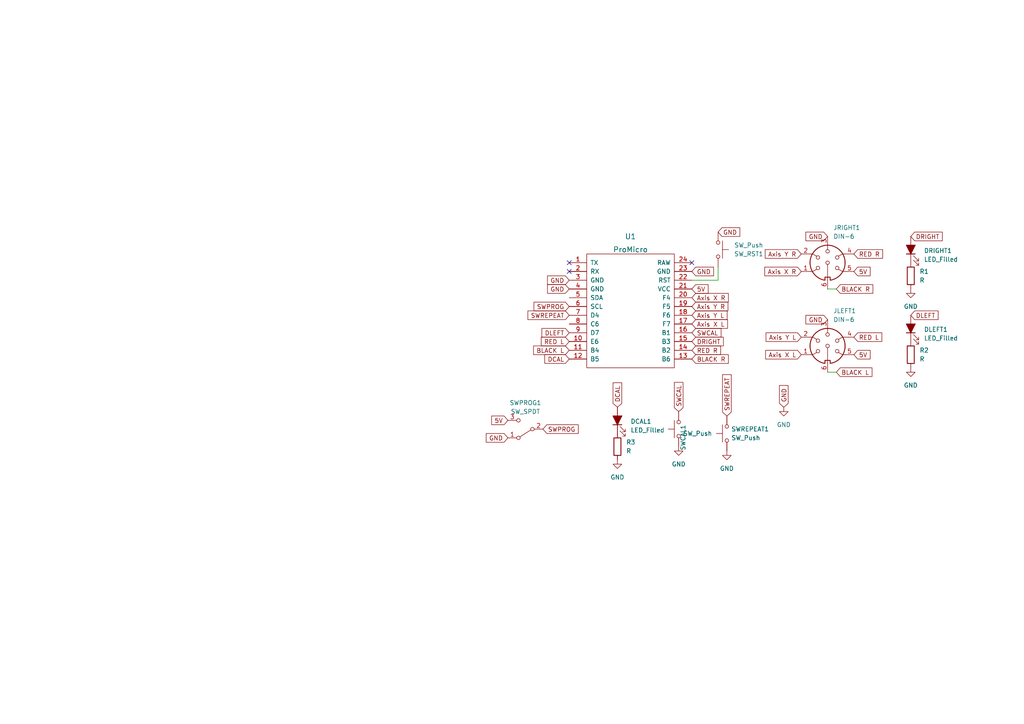
<source format=kicad_sch>
(kicad_sch (version 20211123) (generator eeschema)

  (uuid 9538e4ed-27e6-4c37-b989-9859dc0d49e8)

  (paper "A4")

  (lib_symbols
    (symbol "Connector:DIN-6" (pin_names (offset 1.016)) (in_bom yes) (on_board yes)
      (property "Reference" "J" (id 0) (at 3.175 5.715 0)
        (effects (font (size 1.27 1.27)))
      )
      (property "Value" "DIN-6" (id 1) (at 4.445 -4.445 0)
        (effects (font (size 1.27 1.27)) (justify left))
      )
      (property "Footprint" "" (id 2) (at 0 0 0)
        (effects (font (size 1.27 1.27)) hide)
      )
      (property "Datasheet" "http://www.mouser.com/ds/2/18/40_c091_abd_e-75918.pdf" (id 3) (at 0 0 0)
        (effects (font (size 1.27 1.27)) hide)
      )
      (property "ki_keywords" "circular DIN connector" (id 4) (at 0 0 0)
        (effects (font (size 1.27 1.27)) hide)
      )
      (property "ki_description" "6-pin DIN connector" (id 5) (at 0 0 0)
        (effects (font (size 1.27 1.27)) hide)
      )
      (property "ki_fp_filters" "DIN*" (id 6) (at 0 0 0)
        (effects (font (size 1.27 1.27)) hide)
      )
      (symbol "DIN-6_0_1"
        (arc (start -5.08 0) (mid -3.8609 -3.3364) (end -0.762 -5.08)
          (stroke (width 0.254) (type default) (color 0 0 0 0))
          (fill (type none))
        )
        (circle (center -2.794 -1.524) (radius 0.508)
          (stroke (width 0) (type default) (color 0 0 0 0))
          (fill (type none))
        )
        (circle (center -2.794 1.524) (radius 0.508)
          (stroke (width 0) (type default) (color 0 0 0 0))
          (fill (type none))
        )
        (polyline
          (pts
            (xy 0 -5.08)
            (xy 0 -0.508)
          )
          (stroke (width 0) (type default) (color 0 0 0 0))
          (fill (type none))
        )
        (polyline
          (pts
            (xy 0 5.08)
            (xy 0 3.81)
          )
          (stroke (width 0) (type default) (color 0 0 0 0))
          (fill (type none))
        )
        (polyline
          (pts
            (xy -5.08 -2.54)
            (xy -4.318 -2.54)
            (xy -3.175 -1.905)
          )
          (stroke (width 0) (type default) (color 0 0 0 0))
          (fill (type none))
        )
        (polyline
          (pts
            (xy -5.08 2.54)
            (xy -4.318 2.54)
            (xy -3.175 1.905)
          )
          (stroke (width 0) (type default) (color 0 0 0 0))
          (fill (type none))
        )
        (polyline
          (pts
            (xy 5.08 -2.54)
            (xy 4.318 -2.54)
            (xy 3.175 -1.905)
          )
          (stroke (width 0) (type default) (color 0 0 0 0))
          (fill (type none))
        )
        (polyline
          (pts
            (xy 5.08 2.54)
            (xy 4.318 2.54)
            (xy 3.175 1.905)
          )
          (stroke (width 0) (type default) (color 0 0 0 0))
          (fill (type none))
        )
        (polyline
          (pts
            (xy -0.762 -4.953)
            (xy -0.762 -4.191)
            (xy 0.762 -4.191)
            (xy 0.762 -4.953)
          )
          (stroke (width 0.254) (type default) (color 0 0 0 0))
          (fill (type none))
        )
        (circle (center 0 0) (radius 0.508)
          (stroke (width 0) (type default) (color 0 0 0 0))
          (fill (type none))
        )
        (circle (center 0 3.302) (radius 0.508)
          (stroke (width 0) (type default) (color 0 0 0 0))
          (fill (type none))
        )
        (arc (start 0.762 -5.08) (mid 3.8685 -3.343) (end 5.08 0)
          (stroke (width 0.254) (type default) (color 0 0 0 0))
          (fill (type none))
        )
        (circle (center 2.794 -1.524) (radius 0.508)
          (stroke (width 0) (type default) (color 0 0 0 0))
          (fill (type none))
        )
        (circle (center 2.794 1.524) (radius 0.508)
          (stroke (width 0) (type default) (color 0 0 0 0))
          (fill (type none))
        )
        (arc (start 5.08 0) (mid 0 5.08) (end -5.08 0)
          (stroke (width 0.254) (type default) (color 0 0 0 0))
          (fill (type none))
        )
      )
      (symbol "DIN-6_1_1"
        (pin passive line (at -7.62 -2.54 0) (length 2.54)
          (name "~" (effects (font (size 1.27 1.27))))
          (number "1" (effects (font (size 1.27 1.27))))
        )
        (pin passive line (at -7.62 2.54 0) (length 2.54)
          (name "~" (effects (font (size 1.27 1.27))))
          (number "2" (effects (font (size 1.27 1.27))))
        )
        (pin passive line (at 0 7.62 270) (length 2.54)
          (name "~" (effects (font (size 1.27 1.27))))
          (number "3" (effects (font (size 1.27 1.27))))
        )
        (pin passive line (at 7.62 2.54 180) (length 2.54)
          (name "~" (effects (font (size 1.27 1.27))))
          (number "4" (effects (font (size 1.27 1.27))))
        )
        (pin passive line (at 7.62 -2.54 180) (length 2.54)
          (name "~" (effects (font (size 1.27 1.27))))
          (number "5" (effects (font (size 1.27 1.27))))
        )
        (pin passive line (at 0 -7.62 90) (length 2.54)
          (name "~" (effects (font (size 1.27 1.27))))
          (number "6" (effects (font (size 1.27 1.27))))
        )
      )
    )
    (symbol "DIN-6_1" (pin_names (offset 1.016)) (in_bom yes) (on_board yes)
      (property "Reference" "J" (id 0) (at 3.175 5.715 0)
        (effects (font (size 1.27 1.27)))
      )
      (property "Value" "DIN-6_1" (id 1) (at 4.445 -4.445 0)
        (effects (font (size 1.27 1.27)) (justify left))
      )
      (property "Footprint" "" (id 2) (at 0 0 0)
        (effects (font (size 1.27 1.27)) hide)
      )
      (property "Datasheet" "http://www.mouser.com/ds/2/18/40_c091_abd_e-75918.pdf" (id 3) (at 0 0 0)
        (effects (font (size 1.27 1.27)) hide)
      )
      (property "ki_keywords" "circular DIN connector" (id 4) (at 0 0 0)
        (effects (font (size 1.27 1.27)) hide)
      )
      (property "ki_description" "6-pin DIN connector" (id 5) (at 0 0 0)
        (effects (font (size 1.27 1.27)) hide)
      )
      (property "ki_fp_filters" "DIN*" (id 6) (at 0 0 0)
        (effects (font (size 1.27 1.27)) hide)
      )
      (symbol "DIN-6_1_0_1"
        (arc (start -5.08 0) (mid -3.8609 -3.3364) (end -0.762 -5.08)
          (stroke (width 0.254) (type default) (color 0 0 0 0))
          (fill (type none))
        )
        (circle (center -2.794 -1.524) (radius 0.508)
          (stroke (width 0) (type default) (color 0 0 0 0))
          (fill (type none))
        )
        (circle (center -2.794 1.524) (radius 0.508)
          (stroke (width 0) (type default) (color 0 0 0 0))
          (fill (type none))
        )
        (polyline
          (pts
            (xy 0 -5.08)
            (xy 0 -0.508)
          )
          (stroke (width 0) (type default) (color 0 0 0 0))
          (fill (type none))
        )
        (polyline
          (pts
            (xy 0 5.08)
            (xy 0 3.81)
          )
          (stroke (width 0) (type default) (color 0 0 0 0))
          (fill (type none))
        )
        (polyline
          (pts
            (xy -5.08 -2.54)
            (xy -4.318 -2.54)
            (xy -3.175 -1.905)
          )
          (stroke (width 0) (type default) (color 0 0 0 0))
          (fill (type none))
        )
        (polyline
          (pts
            (xy -5.08 2.54)
            (xy -4.318 2.54)
            (xy -3.175 1.905)
          )
          (stroke (width 0) (type default) (color 0 0 0 0))
          (fill (type none))
        )
        (polyline
          (pts
            (xy 5.08 -2.54)
            (xy 4.318 -2.54)
            (xy 3.175 -1.905)
          )
          (stroke (width 0) (type default) (color 0 0 0 0))
          (fill (type none))
        )
        (polyline
          (pts
            (xy 5.08 2.54)
            (xy 4.318 2.54)
            (xy 3.175 1.905)
          )
          (stroke (width 0) (type default) (color 0 0 0 0))
          (fill (type none))
        )
        (polyline
          (pts
            (xy -0.762 -4.953)
            (xy -0.762 -4.191)
            (xy 0.762 -4.191)
            (xy 0.762 -4.953)
          )
          (stroke (width 0.254) (type default) (color 0 0 0 0))
          (fill (type none))
        )
        (circle (center 0 0) (radius 0.508)
          (stroke (width 0) (type default) (color 0 0 0 0))
          (fill (type none))
        )
        (circle (center 0 3.302) (radius 0.508)
          (stroke (width 0) (type default) (color 0 0 0 0))
          (fill (type none))
        )
        (arc (start 0.762 -5.08) (mid 3.8685 -3.343) (end 5.08 0)
          (stroke (width 0.254) (type default) (color 0 0 0 0))
          (fill (type none))
        )
        (circle (center 2.794 -1.524) (radius 0.508)
          (stroke (width 0) (type default) (color 0 0 0 0))
          (fill (type none))
        )
        (circle (center 2.794 1.524) (radius 0.508)
          (stroke (width 0) (type default) (color 0 0 0 0))
          (fill (type none))
        )
        (arc (start 5.08 0) (mid 0 5.08) (end -5.08 0)
          (stroke (width 0.254) (type default) (color 0 0 0 0))
          (fill (type none))
        )
      )
      (symbol "DIN-6_1_1_1"
        (pin passive line (at -7.62 -2.54 0) (length 2.54)
          (name "~" (effects (font (size 1.27 1.27))))
          (number "1" (effects (font (size 1.27 1.27))))
        )
        (pin passive line (at -7.62 2.54 0) (length 2.54)
          (name "~" (effects (font (size 1.27 1.27))))
          (number "2" (effects (font (size 1.27 1.27))))
        )
        (pin passive line (at 0 7.62 270) (length 2.54)
          (name "~" (effects (font (size 1.27 1.27))))
          (number "3" (effects (font (size 1.27 1.27))))
        )
        (pin passive line (at 7.62 2.54 180) (length 2.54)
          (name "~" (effects (font (size 1.27 1.27))))
          (number "4" (effects (font (size 1.27 1.27))))
        )
        (pin passive line (at 7.62 -2.54 180) (length 2.54)
          (name "~" (effects (font (size 1.27 1.27))))
          (number "5" (effects (font (size 1.27 1.27))))
        )
        (pin passive line (at 0 -7.62 90) (length 2.54)
          (name "~" (effects (font (size 1.27 1.27))))
          (number "6" (effects (font (size 1.27 1.27))))
        )
      )
    )
    (symbol "Device:LED_Filled" (pin_numbers hide) (pin_names (offset 1.016) hide) (in_bom yes) (on_board yes)
      (property "Reference" "D" (id 0) (at 0 2.54 0)
        (effects (font (size 1.27 1.27)))
      )
      (property "Value" "LED_Filled" (id 1) (at 0 -2.54 0)
        (effects (font (size 1.27 1.27)))
      )
      (property "Footprint" "" (id 2) (at 0 0 0)
        (effects (font (size 1.27 1.27)) hide)
      )
      (property "Datasheet" "~" (id 3) (at 0 0 0)
        (effects (font (size 1.27 1.27)) hide)
      )
      (property "ki_keywords" "LED diode" (id 4) (at 0 0 0)
        (effects (font (size 1.27 1.27)) hide)
      )
      (property "ki_description" "Light emitting diode, filled shape" (id 5) (at 0 0 0)
        (effects (font (size 1.27 1.27)) hide)
      )
      (property "ki_fp_filters" "LED* LED_SMD:* LED_THT:*" (id 6) (at 0 0 0)
        (effects (font (size 1.27 1.27)) hide)
      )
      (symbol "LED_Filled_0_1"
        (polyline
          (pts
            (xy -1.27 -1.27)
            (xy -1.27 1.27)
          )
          (stroke (width 0.254) (type default) (color 0 0 0 0))
          (fill (type none))
        )
        (polyline
          (pts
            (xy -1.27 0)
            (xy 1.27 0)
          )
          (stroke (width 0) (type default) (color 0 0 0 0))
          (fill (type none))
        )
        (polyline
          (pts
            (xy 1.27 -1.27)
            (xy 1.27 1.27)
            (xy -1.27 0)
            (xy 1.27 -1.27)
          )
          (stroke (width 0.254) (type default) (color 0 0 0 0))
          (fill (type outline))
        )
        (polyline
          (pts
            (xy -3.048 -0.762)
            (xy -4.572 -2.286)
            (xy -3.81 -2.286)
            (xy -4.572 -2.286)
            (xy -4.572 -1.524)
          )
          (stroke (width 0) (type default) (color 0 0 0 0))
          (fill (type none))
        )
        (polyline
          (pts
            (xy -1.778 -0.762)
            (xy -3.302 -2.286)
            (xy -2.54 -2.286)
            (xy -3.302 -2.286)
            (xy -3.302 -1.524)
          )
          (stroke (width 0) (type default) (color 0 0 0 0))
          (fill (type none))
        )
      )
      (symbol "LED_Filled_1_1"
        (pin passive line (at -3.81 0 0) (length 2.54)
          (name "K" (effects (font (size 1.27 1.27))))
          (number "1" (effects (font (size 1.27 1.27))))
        )
        (pin passive line (at 3.81 0 180) (length 2.54)
          (name "A" (effects (font (size 1.27 1.27))))
          (number "2" (effects (font (size 1.27 1.27))))
        )
      )
    )
    (symbol "Device:R" (pin_numbers hide) (pin_names (offset 0)) (in_bom yes) (on_board yes)
      (property "Reference" "R" (id 0) (at 2.032 0 90)
        (effects (font (size 1.27 1.27)))
      )
      (property "Value" "R" (id 1) (at 0 0 90)
        (effects (font (size 1.27 1.27)))
      )
      (property "Footprint" "" (id 2) (at -1.778 0 90)
        (effects (font (size 1.27 1.27)) hide)
      )
      (property "Datasheet" "~" (id 3) (at 0 0 0)
        (effects (font (size 1.27 1.27)) hide)
      )
      (property "ki_keywords" "R res resistor" (id 4) (at 0 0 0)
        (effects (font (size 1.27 1.27)) hide)
      )
      (property "ki_description" "Resistor" (id 5) (at 0 0 0)
        (effects (font (size 1.27 1.27)) hide)
      )
      (property "ki_fp_filters" "R_*" (id 6) (at 0 0 0)
        (effects (font (size 1.27 1.27)) hide)
      )
      (symbol "R_0_1"
        (rectangle (start -1.016 -2.54) (end 1.016 2.54)
          (stroke (width 0.254) (type default) (color 0 0 0 0))
          (fill (type none))
        )
      )
      (symbol "R_1_1"
        (pin passive line (at 0 3.81 270) (length 1.27)
          (name "~" (effects (font (size 1.27 1.27))))
          (number "1" (effects (font (size 1.27 1.27))))
        )
        (pin passive line (at 0 -3.81 90) (length 1.27)
          (name "~" (effects (font (size 1.27 1.27))))
          (number "2" (effects (font (size 1.27 1.27))))
        )
      )
    )
    (symbol "Switch:SW_Push" (pin_numbers hide) (pin_names (offset 1.016) hide) (in_bom yes) (on_board yes)
      (property "Reference" "SW" (id 0) (at 1.27 2.54 0)
        (effects (font (size 1.27 1.27)) (justify left))
      )
      (property "Value" "SW_Push" (id 1) (at 0 -1.524 0)
        (effects (font (size 1.27 1.27)))
      )
      (property "Footprint" "" (id 2) (at 0 5.08 0)
        (effects (font (size 1.27 1.27)) hide)
      )
      (property "Datasheet" "~" (id 3) (at 0 5.08 0)
        (effects (font (size 1.27 1.27)) hide)
      )
      (property "ki_keywords" "switch normally-open pushbutton push-button" (id 4) (at 0 0 0)
        (effects (font (size 1.27 1.27)) hide)
      )
      (property "ki_description" "Push button switch, generic, two pins" (id 5) (at 0 0 0)
        (effects (font (size 1.27 1.27)) hide)
      )
      (symbol "SW_Push_0_1"
        (circle (center -2.032 0) (radius 0.508)
          (stroke (width 0) (type default) (color 0 0 0 0))
          (fill (type none))
        )
        (polyline
          (pts
            (xy 0 1.27)
            (xy 0 3.048)
          )
          (stroke (width 0) (type default) (color 0 0 0 0))
          (fill (type none))
        )
        (polyline
          (pts
            (xy 2.54 1.27)
            (xy -2.54 1.27)
          )
          (stroke (width 0) (type default) (color 0 0 0 0))
          (fill (type none))
        )
        (circle (center 2.032 0) (radius 0.508)
          (stroke (width 0) (type default) (color 0 0 0 0))
          (fill (type none))
        )
        (pin passive line (at -5.08 0 0) (length 2.54)
          (name "1" (effects (font (size 1.27 1.27))))
          (number "1" (effects (font (size 1.27 1.27))))
        )
        (pin passive line (at 5.08 0 180) (length 2.54)
          (name "2" (effects (font (size 1.27 1.27))))
          (number "2" (effects (font (size 1.27 1.27))))
        )
      )
    )
    (symbol "Switch:SW_SPDT" (pin_names (offset 0) hide) (in_bom yes) (on_board yes)
      (property "Reference" "SW" (id 0) (at 0 4.318 0)
        (effects (font (size 1.27 1.27)))
      )
      (property "Value" "SW_SPDT" (id 1) (at 0 -5.08 0)
        (effects (font (size 1.27 1.27)))
      )
      (property "Footprint" "" (id 2) (at 0 0 0)
        (effects (font (size 1.27 1.27)) hide)
      )
      (property "Datasheet" "~" (id 3) (at 0 0 0)
        (effects (font (size 1.27 1.27)) hide)
      )
      (property "ki_keywords" "switch single-pole double-throw spdt ON-ON" (id 4) (at 0 0 0)
        (effects (font (size 1.27 1.27)) hide)
      )
      (property "ki_description" "Switch, single pole double throw" (id 5) (at 0 0 0)
        (effects (font (size 1.27 1.27)) hide)
      )
      (symbol "SW_SPDT_0_0"
        (circle (center -2.032 0) (radius 0.508)
          (stroke (width 0) (type default) (color 0 0 0 0))
          (fill (type none))
        )
        (circle (center 2.032 -2.54) (radius 0.508)
          (stroke (width 0) (type default) (color 0 0 0 0))
          (fill (type none))
        )
      )
      (symbol "SW_SPDT_0_1"
        (polyline
          (pts
            (xy -1.524 0.254)
            (xy 1.651 2.286)
          )
          (stroke (width 0) (type default) (color 0 0 0 0))
          (fill (type none))
        )
        (circle (center 2.032 2.54) (radius 0.508)
          (stroke (width 0) (type default) (color 0 0 0 0))
          (fill (type none))
        )
      )
      (symbol "SW_SPDT_1_1"
        (pin passive line (at 5.08 2.54 180) (length 2.54)
          (name "A" (effects (font (size 1.27 1.27))))
          (number "1" (effects (font (size 1.27 1.27))))
        )
        (pin passive line (at -5.08 0 0) (length 2.54)
          (name "B" (effects (font (size 1.27 1.27))))
          (number "2" (effects (font (size 1.27 1.27))))
        )
        (pin passive line (at 5.08 -2.54 180) (length 2.54)
          (name "C" (effects (font (size 1.27 1.27))))
          (number "3" (effects (font (size 1.27 1.27))))
        )
      )
    )
    (symbol "power:GND" (power) (pin_names (offset 0)) (in_bom yes) (on_board yes)
      (property "Reference" "#PWR" (id 0) (at 0 -6.35 0)
        (effects (font (size 1.27 1.27)) hide)
      )
      (property "Value" "GND" (id 1) (at 0 -3.81 0)
        (effects (font (size 1.27 1.27)))
      )
      (property "Footprint" "" (id 2) (at 0 0 0)
        (effects (font (size 1.27 1.27)) hide)
      )
      (property "Datasheet" "" (id 3) (at 0 0 0)
        (effects (font (size 1.27 1.27)) hide)
      )
      (property "ki_keywords" "power-flag" (id 4) (at 0 0 0)
        (effects (font (size 1.27 1.27)) hide)
      )
      (property "ki_description" "Power symbol creates a global label with name \"GND\" , ground" (id 5) (at 0 0 0)
        (effects (font (size 1.27 1.27)) hide)
      )
      (symbol "GND_0_1"
        (polyline
          (pts
            (xy 0 0)
            (xy 0 -1.27)
            (xy 1.27 -1.27)
            (xy 0 -2.54)
            (xy -1.27 -1.27)
            (xy 0 -1.27)
          )
          (stroke (width 0) (type default) (color 0 0 0 0))
          (fill (type none))
        )
      )
      (symbol "GND_1_1"
        (pin power_in line (at 0 0 270) (length 0) hide
          (name "GND" (effects (font (size 1.27 1.27))))
          (number "1" (effects (font (size 1.27 1.27))))
        )
      )
    )
    (symbol "promicro:ProMicro" (pin_names (offset 1.016)) (in_bom yes) (on_board yes)
      (property "Reference" "U1" (id 0) (at 0 26.67 0)
        (effects (font (size 1.524 1.524)))
      )
      (property "Value" "ProMicro" (id 1) (at 0 22.86 0)
        (effects (font (size 1.524 1.524)))
      )
      (property "Footprint" "" (id 2) (at 2.54 -26.67 0)
        (effects (font (size 1.524 1.524)) hide)
      )
      (property "Datasheet" "" (id 3) (at 2.54 -26.67 0)
        (effects (font (size 1.524 1.524)))
      )
      (symbol "ProMicro_0_1"
        (rectangle (start -12.7 21.59) (end 12.7 -11.43)
          (stroke (width 0) (type default) (color 0 0 0 0))
          (fill (type none))
        )
      )
      (symbol "ProMicro_1_1"
        (pin bidirectional line (at -17.78 19.05 0) (length 5.08)
          (name "TX" (effects (font (size 1.27 1.27))))
          (number "1" (effects (font (size 1.27 1.27))))
        )
        (pin bidirectional line (at -17.78 -3.81 0) (length 5.08)
          (name "E6" (effects (font (size 1.27 1.27))))
          (number "10" (effects (font (size 1.27 1.27))))
        )
        (pin bidirectional line (at -17.78 -6.35 0) (length 5.08)
          (name "B4" (effects (font (size 1.27 1.27))))
          (number "11" (effects (font (size 1.27 1.27))))
        )
        (pin bidirectional line (at -17.78 -8.89 0) (length 5.08)
          (name "B5" (effects (font (size 1.27 1.27))))
          (number "12" (effects (font (size 1.27 1.27))))
        )
        (pin bidirectional line (at 17.78 -8.89 180) (length 5.08)
          (name "B6" (effects (font (size 1.27 1.27))))
          (number "13" (effects (font (size 1.27 1.27))))
        )
        (pin bidirectional line (at 17.78 -6.35 180) (length 5.08)
          (name "B2" (effects (font (size 1.27 1.27))))
          (number "14" (effects (font (size 1.27 1.27))))
        )
        (pin bidirectional line (at 17.78 -3.81 180) (length 5.08)
          (name "B3" (effects (font (size 1.27 1.27))))
          (number "15" (effects (font (size 1.27 1.27))))
        )
        (pin bidirectional line (at 17.78 -1.27 180) (length 5.08)
          (name "B1" (effects (font (size 1.27 1.27))))
          (number "16" (effects (font (size 1.27 1.27))))
        )
        (pin bidirectional line (at 17.78 1.27 180) (length 5.08)
          (name "F7" (effects (font (size 1.27 1.27))))
          (number "17" (effects (font (size 1.27 1.27))))
        )
        (pin bidirectional line (at 17.78 3.81 180) (length 5.08)
          (name "F6" (effects (font (size 1.27 1.27))))
          (number "18" (effects (font (size 1.27 1.27))))
        )
        (pin bidirectional line (at 17.78 6.35 180) (length 5.08)
          (name "F5" (effects (font (size 1.27 1.27))))
          (number "19" (effects (font (size 1.27 1.27))))
        )
        (pin bidirectional line (at -17.78 16.51 0) (length 5.08)
          (name "RX" (effects (font (size 1.27 1.27))))
          (number "2" (effects (font (size 1.27 1.27))))
        )
        (pin bidirectional line (at 17.78 8.89 180) (length 5.08)
          (name "F4" (effects (font (size 1.27 1.27))))
          (number "20" (effects (font (size 1.27 1.27))))
        )
        (pin power_out line (at 17.78 11.43 180) (length 5.08)
          (name "VCC" (effects (font (size 1.27 1.27))))
          (number "21" (effects (font (size 1.27 1.27))))
        )
        (pin input line (at 17.78 13.97 180) (length 5.08)
          (name "RST" (effects (font (size 1.27 1.27))))
          (number "22" (effects (font (size 1.27 1.27))))
        )
        (pin power_out line (at 17.78 16.51 180) (length 5.08)
          (name "GND" (effects (font (size 1.27 1.27))))
          (number "23" (effects (font (size 1.27 1.27))))
        )
        (pin power_out line (at 17.78 19.05 180) (length 5.08)
          (name "RAW" (effects (font (size 1.27 1.27))))
          (number "24" (effects (font (size 1.27 1.27))))
        )
        (pin power_in line (at -17.78 13.97 0) (length 5.08)
          (name "GND" (effects (font (size 1.27 1.27))))
          (number "3" (effects (font (size 1.27 1.27))))
        )
        (pin power_in line (at -17.78 11.43 0) (length 5.08)
          (name "GND" (effects (font (size 1.27 1.27))))
          (number "4" (effects (font (size 1.27 1.27))))
        )
        (pin bidirectional line (at -17.78 8.89 0) (length 5.08)
          (name "SDA" (effects (font (size 1.27 1.27))))
          (number "5" (effects (font (size 1.27 1.27))))
        )
        (pin bidirectional line (at -17.78 6.35 0) (length 5.08)
          (name "SCL" (effects (font (size 1.27 1.27))))
          (number "6" (effects (font (size 1.27 1.27))))
        )
        (pin bidirectional line (at -17.78 3.81 0) (length 5.08)
          (name "D4" (effects (font (size 1.27 1.27))))
          (number "7" (effects (font (size 1.27 1.27))))
        )
        (pin bidirectional line (at -17.78 1.27 0) (length 5.08)
          (name "C6" (effects (font (size 1.27 1.27))))
          (number "8" (effects (font (size 1.27 1.27))))
        )
        (pin bidirectional line (at -17.78 -1.27 0) (length 5.08)
          (name "D7" (effects (font (size 1.27 1.27))))
          (number "9" (effects (font (size 1.27 1.27))))
        )
      )
    )
  )



  (no_connect (at 165.1 78.74) (uuid 887330f2-707b-4d1a-8aa0-8ff3c8716045))
  (no_connect (at 165.1 76.2) (uuid 887330f2-707b-4d1a-8aa0-8ff3c8716046))
  (no_connect (at 200.66 76.2) (uuid 887330f2-707b-4d1a-8aa0-8ff3c8716049))

  (wire (pts (xy 242.57 107.95) (xy 240.03 107.95))
    (stroke (width 0) (type default) (color 0 0 0 0))
    (uuid 2b7ad06e-3ed5-4496-b351-b0ff20953d3a)
  )
  (wire (pts (xy 242.57 83.82) (xy 240.03 83.82))
    (stroke (width 0) (type default) (color 0 0 0 0))
    (uuid 4b2a6455-cb56-4dad-aa38-d253beedc1cf)
  )
  (wire (pts (xy 200.66 81.28) (xy 208.28 81.28))
    (stroke (width 0) (type default) (color 0 0 0 0))
    (uuid b7bd7d4c-96b9-44c2-9f57-a8c0a144a1cf)
  )
  (wire (pts (xy 208.28 77.47) (xy 208.28 81.28))
    (stroke (width 0) (type default) (color 0 0 0 0))
    (uuid e6d2598e-c574-46a4-9cdf-4f125fc41df1)
  )

  (global_label "SWREPEAT" (shape input) (at 165.1 91.44 180) (fields_autoplaced)
    (effects (font (size 1.27 1.27)) (justify right))
    (uuid 06e99107-f175-4e28-875d-176a6f27fa6d)
    (property "Intersheet References" "${INTERSHEET_REFS}" (id 0) (at 153.1317 91.3606 0)
      (effects (font (size 1.27 1.27)) (justify right) hide)
    )
  )
  (global_label "RED L" (shape input) (at 247.65 97.79 0) (fields_autoplaced)
    (effects (font (size 1.27 1.27)) (justify left))
    (uuid 07c7629f-e259-4c50-8dd9-63e6e32a1e25)
    (property "Intersheet References" "${INTERSHEET_REFS}" (id 0) (at 255.7479 97.7106 0)
      (effects (font (size 1.27 1.27)) (justify left) hide)
    )
  )
  (global_label "DCAL" (shape input) (at 165.1 104.14 180) (fields_autoplaced)
    (effects (font (size 1.27 1.27)) (justify right))
    (uuid 0c3cb519-a9f1-4715-b6ff-2018f0b64c89)
    (property "Intersheet References" "${INTERSHEET_REFS}" (id 0) (at 158.0302 104.2194 0)
      (effects (font (size 1.27 1.27)) (justify right) hide)
    )
  )
  (global_label "Axis X R" (shape input) (at 200.66 86.36 0) (fields_autoplaced)
    (effects (font (size 1.27 1.27)) (justify left))
    (uuid 19583c87-5bdc-42e3-91a9-60ca9c7afd91)
    (property "Intersheet References" "${INTERSHEET_REFS}" (id 0) (at 211.2374 86.2806 0)
      (effects (font (size 1.27 1.27)) (justify left) hide)
    )
  )
  (global_label "SWCAL" (shape input) (at 196.85 119.38 90) (fields_autoplaced)
    (effects (font (size 1.27 1.27)) (justify left))
    (uuid 1dfc885a-269e-4085-9aa5-da6185e2ee59)
    (property "Intersheet References" "${INTERSHEET_REFS}" (id 0) (at 196.9294 110.9193 90)
      (effects (font (size 1.27 1.27)) (justify left) hide)
    )
  )
  (global_label "Axis X L" (shape input) (at 200.66 93.98 0) (fields_autoplaced)
    (effects (font (size 1.27 1.27)) (justify left))
    (uuid 249d1e84-b01b-4b7e-b089-3db0c6bfc2c0)
    (property "Intersheet References" "${INTERSHEET_REFS}" (id 0) (at 210.9955 93.9006 0)
      (effects (font (size 1.27 1.27)) (justify left) hide)
    )
  )
  (global_label "DCAL" (shape input) (at 179.07 118.11 90) (fields_autoplaced)
    (effects (font (size 1.27 1.27)) (justify left))
    (uuid 283f0c2c-559a-452e-b050-e917b9eadcfb)
    (property "Intersheet References" "${INTERSHEET_REFS}" (id 0) (at 178.9906 111.0402 90)
      (effects (font (size 1.27 1.27)) (justify left) hide)
    )
  )
  (global_label "RED R" (shape input) (at 247.65 73.66 0) (fields_autoplaced)
    (effects (font (size 1.27 1.27)) (justify left))
    (uuid 315867e3-ee3c-4a46-8637-8220807c636c)
    (property "Intersheet References" "${INTERSHEET_REFS}" (id 0) (at 255.9898 73.5806 0)
      (effects (font (size 1.27 1.27)) (justify left) hide)
    )
  )
  (global_label "GND" (shape input) (at 165.1 81.28 180) (fields_autoplaced)
    (effects (font (size 1.27 1.27)) (justify right))
    (uuid 339f3a05-a669-407e-bfcc-896f454ddbed)
    (property "Intersheet References" "${INTERSHEET_REFS}" (id 0) (at 158.8164 81.2006 0)
      (effects (font (size 1.27 1.27)) (justify right) hide)
    )
  )
  (global_label "RED R" (shape input) (at 200.66 101.6 0) (fields_autoplaced)
    (effects (font (size 1.27 1.27)) (justify left))
    (uuid 344bc4ef-6118-4205-9dc3-f56151d29467)
    (property "Intersheet References" "${INTERSHEET_REFS}" (id 0) (at 208.9998 101.5206 0)
      (effects (font (size 1.27 1.27)) (justify left) hide)
    )
  )
  (global_label "GND" (shape input) (at 200.66 78.74 0) (fields_autoplaced)
    (effects (font (size 1.27 1.27)) (justify left))
    (uuid 3663bb18-bcb6-4934-bb25-18754f6a54d2)
    (property "Intersheet References" "${INTERSHEET_REFS}" (id 0) (at 206.9436 78.8194 0)
      (effects (font (size 1.27 1.27)) (justify left) hide)
    )
  )
  (global_label "SWPROG" (shape input) (at 165.1 88.9 180) (fields_autoplaced)
    (effects (font (size 1.27 1.27)) (justify right))
    (uuid 45f0eb5e-0f06-4aa0-b324-08b605926948)
    (property "Intersheet References" "${INTERSHEET_REFS}" (id 0) (at 154.8855 88.8206 0)
      (effects (font (size 1.27 1.27)) (justify right) hide)
    )
  )
  (global_label "DLEFT" (shape input) (at 264.16 91.44 0) (fields_autoplaced)
    (effects (font (size 1.27 1.27)) (justify left))
    (uuid 51faa24e-c26b-429e-b3a3-abd8340da568)
    (property "Intersheet References" "${INTERSHEET_REFS}" (id 0) (at 272.0764 91.3606 0)
      (effects (font (size 1.27 1.27)) (justify left) hide)
    )
  )
  (global_label "DRIGHT" (shape input) (at 264.16 68.58 0) (fields_autoplaced)
    (effects (font (size 1.27 1.27)) (justify left))
    (uuid 52279bb2-b0f6-4a3e-9dcb-ae1ec087247a)
    (property "Intersheet References" "${INTERSHEET_REFS}" (id 0) (at 273.286 68.5006 0)
      (effects (font (size 1.27 1.27)) (justify left) hide)
    )
  )
  (global_label "Axis Y R" (shape input) (at 200.66 88.9 0) (fields_autoplaced)
    (effects (font (size 1.27 1.27)) (justify left))
    (uuid 522bc92a-448d-4582-8ac8-f5ef66d0470d)
    (property "Intersheet References" "${INTERSHEET_REFS}" (id 0) (at 211.1164 88.8206 0)
      (effects (font (size 1.27 1.27)) (justify left) hide)
    )
  )
  (global_label "Axis Y L" (shape input) (at 232.41 97.79 180) (fields_autoplaced)
    (effects (font (size 1.27 1.27)) (justify right))
    (uuid 541f139f-5887-4bc7-855e-8ef1fdf9364d)
    (property "Intersheet References" "${INTERSHEET_REFS}" (id 0) (at 222.1955 97.7106 0)
      (effects (font (size 1.27 1.27)) (justify right) hide)
    )
  )
  (global_label "GND" (shape input) (at 165.1 83.82 180) (fields_autoplaced)
    (effects (font (size 1.27 1.27)) (justify right))
    (uuid 5982fff4-6092-4577-9333-4276f415491e)
    (property "Intersheet References" "${INTERSHEET_REFS}" (id 0) (at 158.8164 83.7406 0)
      (effects (font (size 1.27 1.27)) (justify right) hide)
    )
  )
  (global_label "Axis Y L" (shape input) (at 200.66 91.44 0) (fields_autoplaced)
    (effects (font (size 1.27 1.27)) (justify left))
    (uuid 61065998-cd61-46bb-b9fa-6ba733c04ba7)
    (property "Intersheet References" "${INTERSHEET_REFS}" (id 0) (at 210.8745 91.3606 0)
      (effects (font (size 1.27 1.27)) (justify left) hide)
    )
  )
  (global_label "Axis X L" (shape input) (at 232.41 102.87 180) (fields_autoplaced)
    (effects (font (size 1.27 1.27)) (justify right))
    (uuid 6c3a3981-eb75-467e-9375-d9cd8c3e1f9e)
    (property "Intersheet References" "${INTERSHEET_REFS}" (id 0) (at 222.0745 102.7906 0)
      (effects (font (size 1.27 1.27)) (justify right) hide)
    )
  )
  (global_label "RED L" (shape input) (at 165.1 99.06 180) (fields_autoplaced)
    (effects (font (size 1.27 1.27)) (justify right))
    (uuid 76a61e91-6a31-4a64-800c-1db68fb865da)
    (property "Intersheet References" "${INTERSHEET_REFS}" (id 0) (at 157.0021 99.1394 0)
      (effects (font (size 1.27 1.27)) (justify right) hide)
    )
  )
  (global_label "BLACK L" (shape input) (at 165.1 101.6 180) (fields_autoplaced)
    (effects (font (size 1.27 1.27)) (justify right))
    (uuid 7739a0fd-5be2-4f32-a549-1b52bb233482)
    (property "Intersheet References" "${INTERSHEET_REFS}" (id 0) (at 154.7645 101.6794 0)
      (effects (font (size 1.27 1.27)) (justify right) hide)
    )
  )
  (global_label "BLACK R" (shape input) (at 242.57 83.82 0) (fields_autoplaced)
    (effects (font (size 1.27 1.27)) (justify left))
    (uuid 7bdd17c9-8876-4fa3-bfa9-c8881c4b96c3)
    (property "Intersheet References" "${INTERSHEET_REFS}" (id 0) (at 253.1474 83.7406 0)
      (effects (font (size 1.27 1.27)) (justify left) hide)
    )
  )
  (global_label "5V" (shape input) (at 147.32 121.92 180) (fields_autoplaced)
    (effects (font (size 1.27 1.27)) (justify right))
    (uuid 7ebb9316-5fda-4c83-bfc1-7d171ba3eddf)
    (property "Intersheet References" "${INTERSHEET_REFS}" (id 0) (at 142.6088 121.9994 0)
      (effects (font (size 1.27 1.27)) (justify right) hide)
    )
  )
  (global_label "DRIGHT" (shape input) (at 200.66 99.06 0) (fields_autoplaced)
    (effects (font (size 1.27 1.27)) (justify left))
    (uuid 83e24f36-f804-4a69-96dd-fc38e534500b)
    (property "Intersheet References" "${INTERSHEET_REFS}" (id 0) (at 209.786 98.9806 0)
      (effects (font (size 1.27 1.27)) (justify left) hide)
    )
  )
  (global_label "SWPROG" (shape input) (at 157.48 124.46 0) (fields_autoplaced)
    (effects (font (size 1.27 1.27)) (justify left))
    (uuid 87f5fc1c-e584-4275-b47f-9b948dd524fb)
    (property "Intersheet References" "${INTERSHEET_REFS}" (id 0) (at 167.6945 124.5394 0)
      (effects (font (size 1.27 1.27)) (justify left) hide)
    )
  )
  (global_label "Axis X R" (shape input) (at 232.41 78.74 180) (fields_autoplaced)
    (effects (font (size 1.27 1.27)) (justify right))
    (uuid 8ad81a1e-7881-4b30-a033-6bfe432f7778)
    (property "Intersheet References" "${INTERSHEET_REFS}" (id 0) (at 221.8326 78.6606 0)
      (effects (font (size 1.27 1.27)) (justify right) hide)
    )
  )
  (global_label "SWREPEAT" (shape input) (at 210.82 120.65 90) (fields_autoplaced)
    (effects (font (size 1.27 1.27)) (justify left))
    (uuid 911056ff-fca2-480a-8257-8f5cbfb694d6)
    (property "Intersheet References" "${INTERSHEET_REFS}" (id 0) (at 210.8994 108.6817 90)
      (effects (font (size 1.27 1.27)) (justify left) hide)
    )
  )
  (global_label "5V" (shape input) (at 200.66 83.82 0) (fields_autoplaced)
    (effects (font (size 1.27 1.27)) (justify left))
    (uuid 9799cd11-ea9a-4c74-926c-409b741b779e)
    (property "Intersheet References" "${INTERSHEET_REFS}" (id 0) (at 205.3712 83.7406 0)
      (effects (font (size 1.27 1.27)) (justify left) hide)
    )
  )
  (global_label "GND" (shape input) (at 147.32 127 180) (fields_autoplaced)
    (effects (font (size 1.27 1.27)) (justify right))
    (uuid 9d0d6feb-48e3-4f5e-9be9-e92c030dfc9d)
    (property "Intersheet References" "${INTERSHEET_REFS}" (id 0) (at 141.0364 126.9206 0)
      (effects (font (size 1.27 1.27)) (justify right) hide)
    )
  )
  (global_label "GND" (shape input) (at 227.33 118.11 90) (fields_autoplaced)
    (effects (font (size 1.27 1.27)) (justify left))
    (uuid a7bfb3d7-0315-4e87-9b1e-57b0d2c0efda)
    (property "Intersheet References" "${INTERSHEET_REFS}" (id 0) (at 227.4094 111.8264 90)
      (effects (font (size 1.27 1.27)) (justify left) hide)
    )
  )
  (global_label "BLACK R" (shape input) (at 200.66 104.14 0) (fields_autoplaced)
    (effects (font (size 1.27 1.27)) (justify left))
    (uuid b157dcaf-ff79-4d03-8897-58dcf34160b1)
    (property "Intersheet References" "${INTERSHEET_REFS}" (id 0) (at 211.2374 104.0606 0)
      (effects (font (size 1.27 1.27)) (justify left) hide)
    )
  )
  (global_label "5V" (shape input) (at 247.65 78.74 0) (fields_autoplaced)
    (effects (font (size 1.27 1.27)) (justify left))
    (uuid b6d38f05-f7e6-464f-9c9a-a6cc594698eb)
    (property "Intersheet References" "${INTERSHEET_REFS}" (id 0) (at 252.3612 78.6606 0)
      (effects (font (size 1.27 1.27)) (justify left) hide)
    )
  )
  (global_label "GND" (shape input) (at 240.03 92.71 180) (fields_autoplaced)
    (effects (font (size 1.27 1.27)) (justify right))
    (uuid c0ba6616-e9f4-4588-bb33-ec2fcfad9839)
    (property "Intersheet References" "${INTERSHEET_REFS}" (id 0) (at 233.7464 92.7894 0)
      (effects (font (size 1.27 1.27)) (justify right) hide)
    )
  )
  (global_label "Axis Y R" (shape input) (at 232.41 73.66 180) (fields_autoplaced)
    (effects (font (size 1.27 1.27)) (justify right))
    (uuid ca7449ec-ab87-4ca8-bcbc-0b43067655af)
    (property "Intersheet References" "${INTERSHEET_REFS}" (id 0) (at 221.9536 73.5806 0)
      (effects (font (size 1.27 1.27)) (justify right) hide)
    )
  )
  (global_label "GND" (shape input) (at 208.28 67.31 0) (fields_autoplaced)
    (effects (font (size 1.27 1.27)) (justify left))
    (uuid cb7f4d68-c92a-4776-b9be-0a0da99eed0f)
    (property "Intersheet References" "${INTERSHEET_REFS}" (id 0) (at 214.5636 67.2306 0)
      (effects (font (size 1.27 1.27)) (justify left) hide)
    )
  )
  (global_label "GND" (shape input) (at 240.03 68.58 180) (fields_autoplaced)
    (effects (font (size 1.27 1.27)) (justify right))
    (uuid d70cd2bd-6a71-43b5-8af4-4e21f2832408)
    (property "Intersheet References" "${INTERSHEET_REFS}" (id 0) (at 233.7464 68.6594 0)
      (effects (font (size 1.27 1.27)) (justify right) hide)
    )
  )
  (global_label "5V" (shape input) (at 247.65 102.87 0) (fields_autoplaced)
    (effects (font (size 1.27 1.27)) (justify left))
    (uuid dba212b1-1958-45c1-a364-34ff2b16007b)
    (property "Intersheet References" "${INTERSHEET_REFS}" (id 0) (at 252.3612 102.7906 0)
      (effects (font (size 1.27 1.27)) (justify left) hide)
    )
  )
  (global_label "DLEFT" (shape input) (at 165.1 96.52 180) (fields_autoplaced)
    (effects (font (size 1.27 1.27)) (justify right))
    (uuid ec8c7c6c-2b31-4b31-9437-9f249cb42aa8)
    (property "Intersheet References" "${INTERSHEET_REFS}" (id 0) (at 157.1836 96.5994 0)
      (effects (font (size 1.27 1.27)) (justify right) hide)
    )
  )
  (global_label "BLACK L" (shape input) (at 242.57 107.95 0) (fields_autoplaced)
    (effects (font (size 1.27 1.27)) (justify left))
    (uuid fdd62b3d-b058-471b-bd5d-fc0d402f46d7)
    (property "Intersheet References" "${INTERSHEET_REFS}" (id 0) (at 252.9055 107.8706 0)
      (effects (font (size 1.27 1.27)) (justify left) hide)
    )
  )
  (global_label "SWCAL" (shape input) (at 200.66 96.52 0) (fields_autoplaced)
    (effects (font (size 1.27 1.27)) (justify left))
    (uuid ffd1b108-40aa-43d3-a4c8-22b3b0d0dff7)
    (property "Intersheet References" "${INTERSHEET_REFS}" (id 0) (at 209.1207 96.5994 0)
      (effects (font (size 1.27 1.27)) (justify left) hide)
    )
  )

  (symbol (lib_id "Switch:SW_Push") (at 208.28 72.39 270) (mirror x) (unit 1)
    (in_bom yes) (on_board yes)
    (uuid 06b9a10e-6d2a-4fa9-ab97-81e7b4f93dcf)
    (property "Reference" "SW_RST1" (id 0) (at 217.17 73.66 90))
    (property "Value" "SW_Push" (id 1) (at 217.17 71.12 90))
    (property "Footprint" "" (id 2) (at 213.36 72.39 0)
      (effects (font (size 1.27 1.27)) hide)
    )
    (property "Datasheet" "~" (id 3) (at 213.36 72.39 0)
      (effects (font (size 1.27 1.27)) hide)
    )
    (pin "1" (uuid 775d4758-b4fb-4fb4-911f-870cc76e00e2))
    (pin "2" (uuid 6958c367-373a-4735-b5bb-034745c6e476))
  )

  (symbol (lib_id "Switch:SW_Push") (at 210.82 125.73 90) (unit 1)
    (in_bom yes) (on_board yes) (fields_autoplaced)
    (uuid 1e642f80-e7b3-4203-a3af-51a6a257633c)
    (property "Reference" "SWREPEAT1" (id 0) (at 212.09 124.4599 90)
      (effects (font (size 1.27 1.27)) (justify right))
    )
    (property "Value" "" (id 1) (at 212.09 126.9999 90)
      (effects (font (size 1.27 1.27)) (justify right))
    )
    (property "Footprint" "" (id 2) (at 205.74 125.73 0)
      (effects (font (size 1.27 1.27)) hide)
    )
    (property "Datasheet" "~" (id 3) (at 205.74 125.73 0)
      (effects (font (size 1.27 1.27)) hide)
    )
    (pin "1" (uuid a1d42b5a-4af3-45ef-8288-ad2b502d33e6))
    (pin "2" (uuid 8c29d988-0d0c-4687-ad32-eef5ed298080))
  )

  (symbol (lib_id "Device:R") (at 264.16 80.01 0) (unit 1)
    (in_bom yes) (on_board yes) (fields_autoplaced)
    (uuid 32e8a92b-ca4b-4888-875a-ea6a5ff2bee6)
    (property "Reference" "R1" (id 0) (at 266.7 78.7399 0)
      (effects (font (size 1.27 1.27)) (justify left))
    )
    (property "Value" "" (id 1) (at 266.7 81.2799 0)
      (effects (font (size 1.27 1.27)) (justify left))
    )
    (property "Footprint" "" (id 2) (at 262.382 80.01 90)
      (effects (font (size 1.27 1.27)) hide)
    )
    (property "Datasheet" "~" (id 3) (at 264.16 80.01 0)
      (effects (font (size 1.27 1.27)) hide)
    )
    (pin "1" (uuid 5b69ee2a-b1e9-4d67-951c-8519da75f1b7))
    (pin "2" (uuid abfb3a8e-201b-4181-a716-cdf88468ecca))
  )

  (symbol (lib_id "Switch:SW_Push") (at 196.85 124.46 90) (unit 1)
    (in_bom yes) (on_board yes)
    (uuid 48f7aa74-dc64-410d-b0f2-75ebbee4902f)
    (property "Reference" "SWCAL1" (id 0) (at 198.12 123.1899 0)
      (effects (font (size 1.27 1.27)) (justify right))
    )
    (property "Value" "" (id 1) (at 198.12 125.7299 90)
      (effects (font (size 1.27 1.27)) (justify right))
    )
    (property "Footprint" "" (id 2) (at 191.77 124.46 0)
      (effects (font (size 1.27 1.27)) hide)
    )
    (property "Datasheet" "~" (id 3) (at 191.77 124.46 0)
      (effects (font (size 1.27 1.27)) hide)
    )
    (pin "1" (uuid 01280942-1e1c-41db-81ff-765b9532040c))
    (pin "2" (uuid 35fa5678-5e41-4a48-b89c-fe00dc1302aa))
  )

  (symbol (lib_id "power:GND") (at 196.85 129.54 0) (unit 1)
    (in_bom yes) (on_board yes) (fields_autoplaced)
    (uuid 51c8f59c-6e89-4ba4-95f9-3b95d3658a6c)
    (property "Reference" "#PWR01" (id 0) (at 196.85 135.89 0)
      (effects (font (size 1.27 1.27)) hide)
    )
    (property "Value" "" (id 1) (at 196.85 134.62 0))
    (property "Footprint" "" (id 2) (at 196.85 129.54 0)
      (effects (font (size 1.27 1.27)) hide)
    )
    (property "Datasheet" "" (id 3) (at 196.85 129.54 0)
      (effects (font (size 1.27 1.27)) hide)
    )
    (pin "1" (uuid c655dbff-5d40-4c1f-94bb-7b3da381e5a3))
  )

  (symbol (lib_id "Device:LED_Filled") (at 179.07 121.92 90) (unit 1)
    (in_bom yes) (on_board yes) (fields_autoplaced)
    (uuid 55b9ecbb-b052-450f-9c81-fe27f8d00f41)
    (property "Reference" "DCAL1" (id 0) (at 182.88 122.2374 90)
      (effects (font (size 1.27 1.27)) (justify right))
    )
    (property "Value" "" (id 1) (at 182.88 124.7774 90)
      (effects (font (size 1.27 1.27)) (justify right))
    )
    (property "Footprint" "" (id 2) (at 179.07 121.92 0)
      (effects (font (size 1.27 1.27)) hide)
    )
    (property "Datasheet" "~" (id 3) (at 179.07 121.92 0)
      (effects (font (size 1.27 1.27)) hide)
    )
    (pin "1" (uuid 7fbbfba0-5e99-4bcc-8eca-28aeb0ec7d7d))
    (pin "2" (uuid 0e2eb7e8-601a-4a3e-af2d-5d9ba5fb3969))
  )

  (symbol (lib_id "Device:LED_Filled") (at 264.16 72.39 90) (unit 1)
    (in_bom yes) (on_board yes) (fields_autoplaced)
    (uuid 5f0f9c43-ed23-4223-82ae-baf9dba12269)
    (property "Reference" "DRIGHT1" (id 0) (at 267.97 72.7074 90)
      (effects (font (size 1.27 1.27)) (justify right))
    )
    (property "Value" "" (id 1) (at 267.97 75.2474 90)
      (effects (font (size 1.27 1.27)) (justify right))
    )
    (property "Footprint" "" (id 2) (at 264.16 72.39 0)
      (effects (font (size 1.27 1.27)) hide)
    )
    (property "Datasheet" "~" (id 3) (at 264.16 72.39 0)
      (effects (font (size 1.27 1.27)) hide)
    )
    (pin "1" (uuid cff59a90-d0f3-4049-9401-463aa311d97a))
    (pin "2" (uuid 0ac6818f-1c59-4c71-93e7-afda37d2619d))
  )

  (symbol (lib_id "Device:R") (at 179.07 129.54 0) (unit 1)
    (in_bom yes) (on_board yes) (fields_autoplaced)
    (uuid 7de61893-ae1e-4617-b417-e465acfee189)
    (property "Reference" "R3" (id 0) (at 181.61 128.2699 0)
      (effects (font (size 1.27 1.27)) (justify left))
    )
    (property "Value" "R" (id 1) (at 181.61 130.8099 0)
      (effects (font (size 1.27 1.27)) (justify left))
    )
    (property "Footprint" "Resistor_THT:R_Axial_DIN0207_L6.3mm_D2.5mm_P10.16mm_Horizontal" (id 2) (at 177.292 129.54 90)
      (effects (font (size 1.27 1.27)) hide)
    )
    (property "Datasheet" "~" (id 3) (at 179.07 129.54 0)
      (effects (font (size 1.27 1.27)) hide)
    )
    (pin "1" (uuid 3156994e-8a57-43d1-b145-ea3dde52e784))
    (pin "2" (uuid 4f72a58a-afe3-48cf-9c08-811030c76007))
  )

  (symbol (lib_id "Connector:DIN-6") (at 240.03 76.2 0) (unit 1)
    (in_bom yes) (on_board yes) (fields_autoplaced)
    (uuid 7fbac959-ffed-4f35-bbdc-a04e920cbcef)
    (property "Reference" "JRIGHT1" (id 0) (at 241.6811 66.04 0)
      (effects (font (size 1.27 1.27)) (justify left))
    )
    (property "Value" "DIN-6" (id 1) (at 241.6811 68.58 0)
      (effects (font (size 1.27 1.27)) (justify left))
    )
    (property "Footprint" "Connectors_UNITRA:DIN-6" (id 2) (at 240.03 76.2 0)
      (effects (font (size 1.27 1.27)) hide)
    )
    (property "Datasheet" "http://www.mouser.com/ds/2/18/40_c091_abd_e-75918.pdf" (id 3) (at 240.03 76.2 0)
      (effects (font (size 1.27 1.27)) hide)
    )
    (pin "1" (uuid 6364f93c-cdc8-4550-a4e1-5994cd610d0a))
    (pin "2" (uuid bda12047-fcf7-4a20-aee7-f4cd78f34123))
    (pin "3" (uuid 14e372db-018e-4106-b22c-7b7c2a33c965))
    (pin "4" (uuid 49afd46c-064b-4fb3-8ec1-1ea14a3f3ca4))
    (pin "5" (uuid d54dff33-1839-499e-b1e4-05e37f6c0bf9))
    (pin "6" (uuid 36a40a31-8dbb-4f40-8950-34099e3cf114))
  )

  (symbol (lib_id "power:GND") (at 264.16 83.82 0) (unit 1)
    (in_bom yes) (on_board yes) (fields_autoplaced)
    (uuid 81e7d256-6961-47c6-9486-dc46eadf5eaf)
    (property "Reference" "#PWR03" (id 0) (at 264.16 90.17 0)
      (effects (font (size 1.27 1.27)) hide)
    )
    (property "Value" "" (id 1) (at 264.16 88.9 0))
    (property "Footprint" "" (id 2) (at 264.16 83.82 0)
      (effects (font (size 1.27 1.27)) hide)
    )
    (property "Datasheet" "" (id 3) (at 264.16 83.82 0)
      (effects (font (size 1.27 1.27)) hide)
    )
    (pin "1" (uuid 03215252-49c6-4df0-9283-d2118213582c))
  )

  (symbol (lib_id "Device:LED_Filled") (at 264.16 95.25 90) (unit 1)
    (in_bom yes) (on_board yes) (fields_autoplaced)
    (uuid 8ed87944-c447-47e1-9a41-9756bf6d038a)
    (property "Reference" "DLEFT1" (id 0) (at 267.97 95.5674 90)
      (effects (font (size 1.27 1.27)) (justify right))
    )
    (property "Value" "LED_Filled" (id 1) (at 267.97 98.1074 90)
      (effects (font (size 1.27 1.27)) (justify right))
    )
    (property "Footprint" "" (id 2) (at 264.16 95.25 0)
      (effects (font (size 1.27 1.27)) hide)
    )
    (property "Datasheet" "~" (id 3) (at 264.16 95.25 0)
      (effects (font (size 1.27 1.27)) hide)
    )
    (pin "1" (uuid 41baa6ba-93ff-4773-bfbf-f24c737e45c6))
    (pin "2" (uuid ca9283e3-21ae-488e-9b3a-3eb98a9fdea7))
  )

  (symbol (lib_name "DIN-6_1") (lib_id "Connector:DIN-6") (at 240.03 100.33 0) (unit 1)
    (in_bom yes) (on_board yes) (fields_autoplaced)
    (uuid 92db3170-b316-42d7-a928-7e9bc6a5183d)
    (property "Reference" "JLEFT1" (id 0) (at 241.6811 90.17 0)
      (effects (font (size 1.27 1.27)) (justify left))
    )
    (property "Value" "DIN-6" (id 1) (at 241.6811 92.71 0)
      (effects (font (size 1.27 1.27)) (justify left))
    )
    (property "Footprint" "Connectors_UNITRA:DIN-6" (id 2) (at 240.03 100.33 0)
      (effects (font (size 1.27 1.27)) hide)
    )
    (property "Datasheet" "http://www.mouser.com/ds/2/18/40_c091_abd_e-75918.pdf" (id 3) (at 240.03 100.33 0)
      (effects (font (size 1.27 1.27)) hide)
    )
    (pin "1" (uuid c51d8e4c-a920-4e3f-88d0-295b83909a95))
    (pin "2" (uuid b6847ec7-1871-42eb-8e31-f775787db155))
    (pin "3" (uuid 612004da-aa9e-473c-8b09-14da38176010))
    (pin "4" (uuid f7d591cc-3330-401b-9ca8-38a6eb133b2d))
    (pin "5" (uuid d0d4e61f-c554-43d7-b6ef-72e55431083d))
    (pin "6" (uuid 444c22ca-9224-471c-bdc4-ebb68cd0b330))
  )

  (symbol (lib_id "power:GND") (at 179.07 133.35 0) (unit 1)
    (in_bom yes) (on_board yes) (fields_autoplaced)
    (uuid 991f0195-0ea8-4b01-88c5-b0c88bc57a34)
    (property "Reference" "#PWR0102" (id 0) (at 179.07 139.7 0)
      (effects (font (size 1.27 1.27)) hide)
    )
    (property "Value" "GND" (id 1) (at 179.07 138.43 0))
    (property "Footprint" "" (id 2) (at 179.07 133.35 0)
      (effects (font (size 1.27 1.27)) hide)
    )
    (property "Datasheet" "" (id 3) (at 179.07 133.35 0)
      (effects (font (size 1.27 1.27)) hide)
    )
    (pin "1" (uuid bb024a60-a7c8-44b9-ba31-7516a7633f89))
  )

  (symbol (lib_id "Switch:SW_SPDT") (at 152.4 124.46 180) (unit 1)
    (in_bom yes) (on_board yes) (fields_autoplaced)
    (uuid a4b90733-4979-4cb4-8e1d-d32fafb7656c)
    (property "Reference" "SWPROG1" (id 0) (at 152.4 116.84 0))
    (property "Value" "" (id 1) (at 152.4 119.38 0))
    (property "Footprint" "" (id 2) (at 152.4 124.46 0)
      (effects (font (size 1.27 1.27)) hide)
    )
    (property "Datasheet" "~" (id 3) (at 152.4 124.46 0)
      (effects (font (size 1.27 1.27)) hide)
    )
    (pin "1" (uuid 6707c802-7621-443a-aeac-20e7618da312))
    (pin "2" (uuid 4a31604f-37b7-4d32-938b-20a5bc3160ba))
    (pin "3" (uuid 1a5a2654-6705-4861-9926-e6373125c40b))
  )

  (symbol (lib_id "power:GND") (at 210.82 130.81 0) (unit 1)
    (in_bom yes) (on_board yes) (fields_autoplaced)
    (uuid b175ddc0-fd41-4d8a-b75e-bcfbc7d7d0f3)
    (property "Reference" "#PWR02" (id 0) (at 210.82 137.16 0)
      (effects (font (size 1.27 1.27)) hide)
    )
    (property "Value" "GND" (id 1) (at 210.82 135.89 0))
    (property "Footprint" "" (id 2) (at 210.82 130.81 0)
      (effects (font (size 1.27 1.27)) hide)
    )
    (property "Datasheet" "" (id 3) (at 210.82 130.81 0)
      (effects (font (size 1.27 1.27)) hide)
    )
    (pin "1" (uuid ee434d2c-9275-45be-9ed0-df7a391ab0f6))
  )

  (symbol (lib_id "power:GND") (at 264.16 106.68 0) (unit 1)
    (in_bom yes) (on_board yes) (fields_autoplaced)
    (uuid df7c44b0-cb4d-4b6b-bc44-199376da76ec)
    (property "Reference" "#PWR04" (id 0) (at 264.16 113.03 0)
      (effects (font (size 1.27 1.27)) hide)
    )
    (property "Value" "GND" (id 1) (at 264.16 111.76 0))
    (property "Footprint" "" (id 2) (at 264.16 106.68 0)
      (effects (font (size 1.27 1.27)) hide)
    )
    (property "Datasheet" "" (id 3) (at 264.16 106.68 0)
      (effects (font (size 1.27 1.27)) hide)
    )
    (pin "1" (uuid f7cd55cd-2d8f-400d-80b5-6c5ac5492deb))
  )

  (symbol (lib_id "power:GND") (at 227.33 118.11 0) (unit 1)
    (in_bom yes) (on_board yes) (fields_autoplaced)
    (uuid e98fc3e2-3d7e-49ec-865c-7e7075faec01)
    (property "Reference" "#PWR0101" (id 0) (at 227.33 124.46 0)
      (effects (font (size 1.27 1.27)) hide)
    )
    (property "Value" "" (id 1) (at 227.33 123.19 0))
    (property "Footprint" "" (id 2) (at 227.33 118.11 0)
      (effects (font (size 1.27 1.27)) hide)
    )
    (property "Datasheet" "" (id 3) (at 227.33 118.11 0)
      (effects (font (size 1.27 1.27)) hide)
    )
    (pin "1" (uuid ff58be1f-9b00-4e29-8484-f1d8da6ab010))
  )

  (symbol (lib_id "promicro:ProMicro") (at 182.88 95.25 0) (unit 1)
    (in_bom yes) (on_board yes) (fields_autoplaced)
    (uuid f783bcf1-9b3d-40bc-854b-9a0632ebaab4)
    (property "Reference" "U1" (id 0) (at 182.88 68.58 0)
      (effects (font (size 1.524 1.524)))
    )
    (property "Value" "ProMicro" (id 1) (at 182.88 72.39 0)
      (effects (font (size 1.524 1.524)))
    )
    (property "Footprint" "promicro:ProMicro" (id 2) (at 185.42 121.92 0)
      (effects (font (size 1.524 1.524)) hide)
    )
    (property "Datasheet" "" (id 3) (at 185.42 121.92 0)
      (effects (font (size 1.524 1.524)))
    )
    (pin "1" (uuid c11d9a3f-0d9d-426f-90a0-4b520383be6d))
    (pin "10" (uuid 42caf17f-fe0d-437f-a033-05ed31bc97a7))
    (pin "11" (uuid f0f1c2a6-939d-4b75-a754-ba8b2fb7f723))
    (pin "12" (uuid c5a1ebda-668f-4133-88ca-74673254d8ca))
    (pin "13" (uuid 7966ff8d-4c70-4c74-8a9d-592edaea606a))
    (pin "14" (uuid 738d1765-e8e6-4a3e-b08d-8d9edd443f12))
    (pin "15" (uuid 9fa15f16-74a5-4c8e-b1d4-4c3eca30227c))
    (pin "16" (uuid b60b587c-9aa5-4637-a4c3-28dc533d9466))
    (pin "17" (uuid 0612394f-85cc-48bb-8304-f1a7b099d291))
    (pin "18" (uuid cef88050-418b-4d85-ab57-a33e8110ea4e))
    (pin "19" (uuid 8a345cfe-65cb-4aa6-b632-636c8f4a17e2))
    (pin "2" (uuid 0cb9eecb-b0ab-42fc-8235-6f35310264e3))
    (pin "20" (uuid 084fc364-77be-47a1-aefb-3fe53cadb288))
    (pin "21" (uuid b1090dac-4cec-41cc-b568-59acf6538b4a))
    (pin "22" (uuid f50907a5-ad85-4b49-97af-969cf4f30bf8))
    (pin "23" (uuid 1e48a1b2-29bd-4752-9c55-acdc2ab21967))
    (pin "24" (uuid 98d98e31-a017-493c-a867-5239e4062910))
    (pin "3" (uuid a6dc12d7-f40b-4435-aecf-fe264651f863))
    (pin "4" (uuid dcfa5e7f-9001-4f1f-9a37-7297c7081b14))
    (pin "5" (uuid 68d453bc-2fc0-4b34-909c-5f60152b81f5))
    (pin "6" (uuid 1f621c12-778d-40df-ae9a-534aad6e6d15))
    (pin "7" (uuid 351f1e2c-a6ee-452b-8d74-c1f26fed94fa))
    (pin "8" (uuid cca60632-d9dd-413c-93f4-277c6c6aa31c))
    (pin "9" (uuid 6994c74a-d86d-4459-9175-c1af0826c388))
  )

  (symbol (lib_id "Device:R") (at 264.16 102.87 0) (unit 1)
    (in_bom yes) (on_board yes) (fields_autoplaced)
    (uuid fa473602-638f-4961-9145-f5eea19015cd)
    (property "Reference" "R2" (id 0) (at 266.7 101.5999 0)
      (effects (font (size 1.27 1.27)) (justify left))
    )
    (property "Value" "R" (id 1) (at 266.7 104.1399 0)
      (effects (font (size 1.27 1.27)) (justify left))
    )
    (property "Footprint" "" (id 2) (at 262.382 102.87 90)
      (effects (font (size 1.27 1.27)) hide)
    )
    (property "Datasheet" "~" (id 3) (at 264.16 102.87 0)
      (effects (font (size 1.27 1.27)) hide)
    )
    (pin "1" (uuid 3fcf191e-cd72-42e4-a9e1-c98dad5e982c))
    (pin "2" (uuid 408ecb62-5855-46f4-b938-61478a781515))
  )

  (sheet_instances
    (path "/" (page "1"))
  )

  (symbol_instances
    (path "/51c8f59c-6e89-4ba4-95f9-3b95d3658a6c"
      (reference "#PWR01") (unit 1) (value "GND") (footprint "")
    )
    (path "/b175ddc0-fd41-4d8a-b75e-bcfbc7d7d0f3"
      (reference "#PWR02") (unit 1) (value "GND") (footprint "")
    )
    (path "/81e7d256-6961-47c6-9486-dc46eadf5eaf"
      (reference "#PWR03") (unit 1) (value "GND") (footprint "")
    )
    (path "/df7c44b0-cb4d-4b6b-bc44-199376da76ec"
      (reference "#PWR04") (unit 1) (value "GND") (footprint "")
    )
    (path "/e98fc3e2-3d7e-49ec-865c-7e7075faec01"
      (reference "#PWR0101") (unit 1) (value "GND") (footprint "")
    )
    (path "/991f0195-0ea8-4b01-88c5-b0c88bc57a34"
      (reference "#PWR0102") (unit 1) (value "GND") (footprint "")
    )
    (path "/55b9ecbb-b052-450f-9c81-fe27f8d00f41"
      (reference "DCAL1") (unit 1) (value "LED_Filled") (footprint "LED_THT:LED_D5.0mm_FlatTop")
    )
    (path "/8ed87944-c447-47e1-9a41-9756bf6d038a"
      (reference "DLEFT1") (unit 1) (value "LED_Filled") (footprint "LED_THT:LED_D5.0mm_FlatTop")
    )
    (path "/5f0f9c43-ed23-4223-82ae-baf9dba12269"
      (reference "DRIGHT1") (unit 1) (value "LED_Filled") (footprint "LED_THT:LED_D5.0mm_FlatTop")
    )
    (path "/92db3170-b316-42d7-a928-7e9bc6a5183d"
      (reference "JLEFT1") (unit 1) (value "DIN-6") (footprint "Connectors_UNITRA:DIN-6")
    )
    (path "/7fbac959-ffed-4f35-bbdc-a04e920cbcef"
      (reference "JRIGHT1") (unit 1) (value "DIN-6") (footprint "Connectors_UNITRA:DIN-6")
    )
    (path "/32e8a92b-ca4b-4888-875a-ea6a5ff2bee6"
      (reference "R1") (unit 1) (value "R") (footprint "Resistor_THT:R_Axial_DIN0207_L6.3mm_D2.5mm_P10.16mm_Horizontal")
    )
    (path "/fa473602-638f-4961-9145-f5eea19015cd"
      (reference "R2") (unit 1) (value "R") (footprint "Resistor_THT:R_Axial_DIN0207_L6.3mm_D2.5mm_P10.16mm_Horizontal")
    )
    (path "/7de61893-ae1e-4617-b417-e465acfee189"
      (reference "R3") (unit 1) (value "R") (footprint "Resistor_THT:R_Axial_DIN0207_L6.3mm_D2.5mm_P10.16mm_Horizontal")
    )
    (path "/48f7aa74-dc64-410d-b0f2-75ebbee4902f"
      (reference "SWCAL1") (unit 1) (value "SW_Push") (footprint "Connector_PinSocket_2.54mm:PinSocket_1x02_P2.54mm_Vertical")
    )
    (path "/a4b90733-4979-4cb4-8e1d-d32fafb7656c"
      (reference "SWPROG1") (unit 1) (value "SW_SPDT") (footprint "Connector_PinSocket_2.54mm:PinSocket_1x03_P2.54mm_Vertical")
    )
    (path "/1e642f80-e7b3-4203-a3af-51a6a257633c"
      (reference "SWREPEAT1") (unit 1) (value "SW_Push") (footprint "Connector_PinSocket_2.54mm:PinSocket_1x02_P2.54mm_Vertical")
    )
    (path "/06b9a10e-6d2a-4fa9-ab97-81e7b4f93dcf"
      (reference "SW_RST1") (unit 1) (value "SW_Push") (footprint "Button_Switch_THT:SW_PUSH_6mm_H5mm")
    )
    (path "/f783bcf1-9b3d-40bc-854b-9a0632ebaab4"
      (reference "U1") (unit 1) (value "ProMicro") (footprint "promicro:ProMicro")
    )
  )
)

</source>
